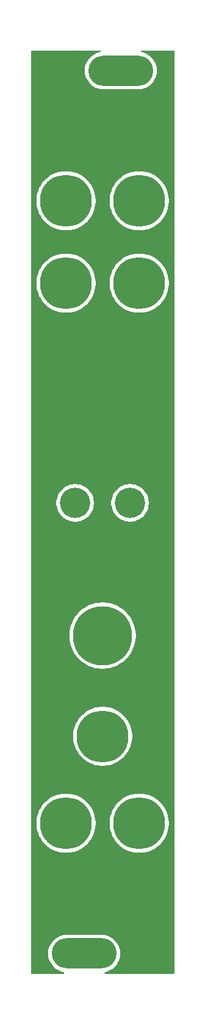
<source format=gtl>
G04 #@! TF.GenerationSoftware,KiCad,Pcbnew,9.0.7*
G04 #@! TF.CreationDate,2026-01-04T21:32:23+01:00*
G04 #@! TF.ProjectId,board_F,626f6172-645f-4462-9e6b-696361645f70,rev?*
G04 #@! TF.SameCoordinates,Original*
G04 #@! TF.FileFunction,Copper,L1,Top*
G04 #@! TF.FilePolarity,Positive*
%FSLAX46Y46*%
G04 Gerber Fmt 4.6, Leading zero omitted, Abs format (unit mm)*
G04 Created by KiCad (PCBNEW 9.0.7) date 2026-01-04 21:32:23*
%MOMM*%
%LPD*%
G01*
G04 APERTURE LIST*
G04 #@! TA.AperFunction,ComponentPad*
%ADD10C,7.200000*%
G04 #@! TD*
G04 #@! TA.AperFunction,ComponentPad*
%ADD11C,4.200000*%
G04 #@! TD*
G04 #@! TA.AperFunction,ComponentPad*
%ADD12C,8.200000*%
G04 #@! TD*
G04 #@! TA.AperFunction,ComponentPad*
%ADD13O,9.000000X4.200000*%
G04 #@! TD*
G04 APERTURE END LIST*
D10*
G04 #@! TO.P,H6,*
G04 #@! TO.N,*
X155080000Y-68250000D03*
G04 #@! TD*
G04 #@! TO.P,H2,*
G04 #@! TO.N,*
X144920000Y-68250000D03*
G04 #@! TD*
D11*
G04 #@! TO.P,H9,*
G04 #@! TO.N,*
X153810000Y-98730000D03*
G04 #@! TD*
D12*
G04 #@! TO.P,H10,*
G04 #@! TO.N,*
X150000000Y-117145000D03*
G04 #@! TD*
D10*
G04 #@! TO.P,H3,*
G04 #@! TO.N,*
X150000000Y-131115000D03*
G04 #@! TD*
G04 #@! TO.P,H5,*
G04 #@! TO.N,*
X155080000Y-56820000D03*
G04 #@! TD*
G04 #@! TO.P,H7,*
G04 #@! TO.N,*
X155080000Y-143180000D03*
G04 #@! TD*
D11*
G04 #@! TO.P,H8,*
G04 #@! TO.N,*
X146190000Y-98730000D03*
G04 #@! TD*
D13*
G04 #@! TO.P,B3,*
G04 #@! TO.N,*
X147460000Y-161250000D03*
X152540000Y-38750000D03*
G04 #@! TD*
D10*
G04 #@! TO.P,H1,*
G04 #@! TO.N,*
X144920000Y-56820000D03*
G04 #@! TD*
G04 #@! TO.P,H4,*
G04 #@! TO.N,*
X144920000Y-143180000D03*
G04 #@! TD*
G04 #@! TA.AperFunction,NonConductor*
G36*
X149685376Y-35970185D02*
G01*
X149731131Y-36022989D01*
X149741075Y-36092147D01*
X149712050Y-36155703D01*
X149653272Y-36193477D01*
X149645930Y-36195391D01*
X149418955Y-36247196D01*
X149418953Y-36247197D01*
X149143261Y-36343665D01*
X148880109Y-36470393D01*
X148632795Y-36625791D01*
X148404435Y-36807901D01*
X148197901Y-37014435D01*
X148015791Y-37242795D01*
X147860393Y-37490109D01*
X147733665Y-37753261D01*
X147637197Y-38028953D01*
X147637196Y-38028955D01*
X147572202Y-38313714D01*
X147572199Y-38313728D01*
X147539500Y-38603952D01*
X147539500Y-38896047D01*
X147572199Y-39186271D01*
X147572202Y-39186285D01*
X147637196Y-39471044D01*
X147637197Y-39471046D01*
X147733665Y-39746738D01*
X147860393Y-40009890D01*
X147860395Y-40009893D01*
X148015792Y-40257206D01*
X148197902Y-40485565D01*
X148404435Y-40692098D01*
X148632794Y-40874208D01*
X148880107Y-41029605D01*
X149143263Y-41156335D01*
X149418955Y-41252803D01*
X149703714Y-41317798D01*
X149703723Y-41317799D01*
X149703728Y-41317800D01*
X149897210Y-41339599D01*
X149993953Y-41350499D01*
X149993956Y-41350500D01*
X149993959Y-41350500D01*
X155086044Y-41350500D01*
X155086045Y-41350499D01*
X155234371Y-41333787D01*
X155376271Y-41317800D01*
X155376274Y-41317799D01*
X155376286Y-41317798D01*
X155661045Y-41252803D01*
X155936737Y-41156335D01*
X156199893Y-41029605D01*
X156447206Y-40874208D01*
X156675565Y-40692098D01*
X156882098Y-40485565D01*
X157064208Y-40257206D01*
X157219605Y-40009893D01*
X157346335Y-39746737D01*
X157442803Y-39471045D01*
X157507798Y-39186286D01*
X157540500Y-38896041D01*
X157540500Y-38603959D01*
X157507798Y-38313714D01*
X157442803Y-38028955D01*
X157346335Y-37753263D01*
X157219605Y-37490107D01*
X157064208Y-37242794D01*
X156882098Y-37014435D01*
X156675565Y-36807902D01*
X156447206Y-36625792D01*
X156199893Y-36470395D01*
X156199890Y-36470393D01*
X155936738Y-36343665D01*
X155661046Y-36247197D01*
X155661044Y-36247196D01*
X155434070Y-36195391D01*
X155373092Y-36161282D01*
X155340234Y-36099621D01*
X155345929Y-36029984D01*
X155388369Y-35974480D01*
X155454079Y-35950732D01*
X155461663Y-35950500D01*
X159835500Y-35950500D01*
X159902539Y-35970185D01*
X159948294Y-36022989D01*
X159959500Y-36074500D01*
X159959500Y-163925500D01*
X159939815Y-163992539D01*
X159887011Y-164038294D01*
X159835500Y-164049500D01*
X150381663Y-164049500D01*
X150314624Y-164029815D01*
X150268869Y-163977011D01*
X150258925Y-163907853D01*
X150287950Y-163844297D01*
X150346728Y-163806523D01*
X150354070Y-163804609D01*
X150581045Y-163752803D01*
X150856737Y-163656335D01*
X151119893Y-163529605D01*
X151367206Y-163374208D01*
X151595565Y-163192098D01*
X151802098Y-162985565D01*
X151984208Y-162757206D01*
X152139605Y-162509893D01*
X152266335Y-162246737D01*
X152362803Y-161971045D01*
X152427798Y-161686286D01*
X152460500Y-161396041D01*
X152460500Y-161103959D01*
X152427798Y-160813714D01*
X152362803Y-160528955D01*
X152266335Y-160253263D01*
X152139605Y-159990107D01*
X151984208Y-159742794D01*
X151802098Y-159514435D01*
X151595565Y-159307902D01*
X151367206Y-159125792D01*
X151119893Y-158970395D01*
X151119890Y-158970393D01*
X150856738Y-158843665D01*
X150581046Y-158747197D01*
X150581044Y-158747196D01*
X150361280Y-158697036D01*
X150296286Y-158682202D01*
X150296283Y-158682201D01*
X150296271Y-158682199D01*
X150006047Y-158649500D01*
X150006041Y-158649500D01*
X144913959Y-158649500D01*
X144913952Y-158649500D01*
X144623728Y-158682199D01*
X144623714Y-158682202D01*
X144338955Y-158747196D01*
X144338953Y-158747197D01*
X144063261Y-158843665D01*
X143800109Y-158970393D01*
X143552795Y-159125791D01*
X143324435Y-159307901D01*
X143117901Y-159514435D01*
X142935791Y-159742795D01*
X142780393Y-159990109D01*
X142653665Y-160253261D01*
X142557197Y-160528953D01*
X142557196Y-160528955D01*
X142492202Y-160813714D01*
X142492199Y-160813728D01*
X142459500Y-161103952D01*
X142459500Y-161396047D01*
X142492199Y-161686271D01*
X142492202Y-161686285D01*
X142557196Y-161971044D01*
X142557197Y-161971046D01*
X142653665Y-162246738D01*
X142780393Y-162509890D01*
X142780395Y-162509893D01*
X142935792Y-162757206D01*
X143117902Y-162985565D01*
X143324435Y-163192098D01*
X143552794Y-163374208D01*
X143800107Y-163529605D01*
X144063263Y-163656335D01*
X144338955Y-163752803D01*
X144565930Y-163804609D01*
X144626908Y-163838718D01*
X144659766Y-163900379D01*
X144654071Y-163970016D01*
X144611631Y-164025520D01*
X144545921Y-164049268D01*
X144538337Y-164049500D01*
X140164500Y-164049500D01*
X140097461Y-164029815D01*
X140051706Y-163977011D01*
X140040500Y-163925500D01*
X140040500Y-142978558D01*
X140819500Y-142978558D01*
X140819500Y-143381441D01*
X140858988Y-143782383D01*
X140858991Y-143782400D01*
X140937588Y-144177536D01*
X141054543Y-144563084D01*
X141208719Y-144935297D01*
X141208726Y-144935311D01*
X141398635Y-145290609D01*
X141398646Y-145290627D01*
X141622470Y-145625602D01*
X141622480Y-145625616D01*
X141878070Y-145937053D01*
X142162946Y-146221929D01*
X142162951Y-146221933D01*
X142162952Y-146221934D01*
X142474389Y-146477524D01*
X142809379Y-146701358D01*
X143164696Y-146891278D01*
X143536917Y-147045457D01*
X143922458Y-147162410D01*
X144317606Y-147241010D01*
X144718555Y-147280500D01*
X144718558Y-147280500D01*
X145121442Y-147280500D01*
X145121445Y-147280500D01*
X145522394Y-147241010D01*
X145917542Y-147162410D01*
X146303083Y-147045457D01*
X146675304Y-146891278D01*
X147030621Y-146701358D01*
X147365611Y-146477524D01*
X147677048Y-146221934D01*
X147961934Y-145937048D01*
X148217524Y-145625611D01*
X148441358Y-145290621D01*
X148631278Y-144935304D01*
X148785457Y-144563083D01*
X148902410Y-144177542D01*
X148981010Y-143782394D01*
X149020500Y-143381445D01*
X149020500Y-142978558D01*
X150979500Y-142978558D01*
X150979500Y-143381441D01*
X151018988Y-143782383D01*
X151018991Y-143782400D01*
X151097588Y-144177536D01*
X151214543Y-144563084D01*
X151368719Y-144935297D01*
X151368726Y-144935311D01*
X151558635Y-145290609D01*
X151558646Y-145290627D01*
X151782470Y-145625602D01*
X151782480Y-145625616D01*
X152038070Y-145937053D01*
X152322946Y-146221929D01*
X152322951Y-146221933D01*
X152322952Y-146221934D01*
X152634389Y-146477524D01*
X152969379Y-146701358D01*
X153324696Y-146891278D01*
X153696917Y-147045457D01*
X154082458Y-147162410D01*
X154477606Y-147241010D01*
X154878555Y-147280500D01*
X154878558Y-147280500D01*
X155281442Y-147280500D01*
X155281445Y-147280500D01*
X155682394Y-147241010D01*
X156077542Y-147162410D01*
X156463083Y-147045457D01*
X156835304Y-146891278D01*
X157190621Y-146701358D01*
X157525611Y-146477524D01*
X157837048Y-146221934D01*
X158121934Y-145937048D01*
X158377524Y-145625611D01*
X158601358Y-145290621D01*
X158791278Y-144935304D01*
X158945457Y-144563083D01*
X159062410Y-144177542D01*
X159141010Y-143782394D01*
X159180500Y-143381445D01*
X159180500Y-142978555D01*
X159141010Y-142577606D01*
X159062410Y-142182458D01*
X158945457Y-141796917D01*
X158791278Y-141424696D01*
X158601358Y-141069379D01*
X158377524Y-140734389D01*
X158121934Y-140422952D01*
X158121933Y-140422951D01*
X158121929Y-140422946D01*
X157837053Y-140138070D01*
X157525616Y-139882480D01*
X157525615Y-139882479D01*
X157525611Y-139882476D01*
X157190621Y-139658642D01*
X157190616Y-139658639D01*
X157190609Y-139658635D01*
X156835311Y-139468726D01*
X156835304Y-139468722D01*
X156835297Y-139468719D01*
X156463084Y-139314543D01*
X156077536Y-139197588D01*
X155682400Y-139118991D01*
X155682383Y-139118988D01*
X155379181Y-139089126D01*
X155281445Y-139079500D01*
X154878555Y-139079500D01*
X154788163Y-139088402D01*
X154477616Y-139118988D01*
X154477599Y-139118991D01*
X154082463Y-139197588D01*
X153696915Y-139314543D01*
X153324702Y-139468719D01*
X153324688Y-139468726D01*
X152969390Y-139658635D01*
X152969372Y-139658646D01*
X152634397Y-139882470D01*
X152634383Y-139882480D01*
X152322946Y-140138070D01*
X152038070Y-140422946D01*
X151782480Y-140734383D01*
X151782470Y-140734397D01*
X151558646Y-141069372D01*
X151558635Y-141069390D01*
X151368726Y-141424688D01*
X151368719Y-141424702D01*
X151214543Y-141796915D01*
X151097588Y-142182463D01*
X151018991Y-142577599D01*
X151018988Y-142577616D01*
X150979500Y-142978558D01*
X149020500Y-142978558D01*
X149020500Y-142978555D01*
X148981010Y-142577606D01*
X148902410Y-142182458D01*
X148785457Y-141796917D01*
X148631278Y-141424696D01*
X148441358Y-141069379D01*
X148217524Y-140734389D01*
X147961934Y-140422952D01*
X147961933Y-140422951D01*
X147961929Y-140422946D01*
X147677053Y-140138070D01*
X147365616Y-139882480D01*
X147365615Y-139882479D01*
X147365611Y-139882476D01*
X147030621Y-139658642D01*
X147030616Y-139658639D01*
X147030609Y-139658635D01*
X146675311Y-139468726D01*
X146675304Y-139468722D01*
X146675297Y-139468719D01*
X146303084Y-139314543D01*
X145917536Y-139197588D01*
X145522400Y-139118991D01*
X145522383Y-139118988D01*
X145219181Y-139089126D01*
X145121445Y-139079500D01*
X144718555Y-139079500D01*
X144628163Y-139088402D01*
X144317616Y-139118988D01*
X144317599Y-139118991D01*
X143922463Y-139197588D01*
X143536915Y-139314543D01*
X143164702Y-139468719D01*
X143164688Y-139468726D01*
X142809390Y-139658635D01*
X142809372Y-139658646D01*
X142474397Y-139882470D01*
X142474383Y-139882480D01*
X142162946Y-140138070D01*
X141878070Y-140422946D01*
X141622480Y-140734383D01*
X141622470Y-140734397D01*
X141398646Y-141069372D01*
X141398635Y-141069390D01*
X141208726Y-141424688D01*
X141208719Y-141424702D01*
X141054543Y-141796915D01*
X140937588Y-142182463D01*
X140858991Y-142577599D01*
X140858988Y-142577616D01*
X140819500Y-142978558D01*
X140040500Y-142978558D01*
X140040500Y-130913558D01*
X145899500Y-130913558D01*
X145899500Y-131316441D01*
X145938988Y-131717383D01*
X145938991Y-131717400D01*
X146017588Y-132112536D01*
X146134543Y-132498084D01*
X146288719Y-132870297D01*
X146288726Y-132870311D01*
X146478635Y-133225609D01*
X146478646Y-133225627D01*
X146702470Y-133560602D01*
X146702480Y-133560616D01*
X146958070Y-133872053D01*
X147242946Y-134156929D01*
X147242951Y-134156933D01*
X147242952Y-134156934D01*
X147554389Y-134412524D01*
X147889379Y-134636358D01*
X148244696Y-134826278D01*
X148616917Y-134980457D01*
X149002458Y-135097410D01*
X149397606Y-135176010D01*
X149798555Y-135215500D01*
X149798558Y-135215500D01*
X150201442Y-135215500D01*
X150201445Y-135215500D01*
X150602394Y-135176010D01*
X150997542Y-135097410D01*
X151383083Y-134980457D01*
X151755304Y-134826278D01*
X152110621Y-134636358D01*
X152445611Y-134412524D01*
X152757048Y-134156934D01*
X153041934Y-133872048D01*
X153297524Y-133560611D01*
X153521358Y-133225621D01*
X153711278Y-132870304D01*
X153865457Y-132498083D01*
X153982410Y-132112542D01*
X154061010Y-131717394D01*
X154100500Y-131316445D01*
X154100500Y-130913555D01*
X154061010Y-130512606D01*
X153982410Y-130117458D01*
X153865457Y-129731917D01*
X153711278Y-129359696D01*
X153521358Y-129004379D01*
X153297524Y-128669389D01*
X153041934Y-128357952D01*
X153041933Y-128357951D01*
X153041929Y-128357946D01*
X152757053Y-128073070D01*
X152445616Y-127817480D01*
X152445615Y-127817479D01*
X152445611Y-127817476D01*
X152110621Y-127593642D01*
X152110616Y-127593639D01*
X152110609Y-127593635D01*
X151755311Y-127403726D01*
X151755304Y-127403722D01*
X151755297Y-127403719D01*
X151383084Y-127249543D01*
X150997536Y-127132588D01*
X150602400Y-127053991D01*
X150602383Y-127053988D01*
X150299181Y-127024126D01*
X150201445Y-127014500D01*
X149798555Y-127014500D01*
X149708163Y-127023402D01*
X149397616Y-127053988D01*
X149397599Y-127053991D01*
X149002463Y-127132588D01*
X148616915Y-127249543D01*
X148244702Y-127403719D01*
X148244688Y-127403726D01*
X147889390Y-127593635D01*
X147889372Y-127593646D01*
X147554397Y-127817470D01*
X147554383Y-127817480D01*
X147242946Y-128073070D01*
X146958070Y-128357946D01*
X146702480Y-128669383D01*
X146702470Y-128669397D01*
X146478646Y-129004372D01*
X146478635Y-129004390D01*
X146288726Y-129359688D01*
X146288719Y-129359702D01*
X146134543Y-129731915D01*
X146017588Y-130117463D01*
X145938991Y-130512599D01*
X145938988Y-130512616D01*
X145899500Y-130913558D01*
X140040500Y-130913558D01*
X140040500Y-116944133D01*
X145399500Y-116944133D01*
X145399500Y-117345866D01*
X145434512Y-117746060D01*
X145504270Y-118141673D01*
X145504273Y-118141686D01*
X145608241Y-118529704D01*
X145608244Y-118529714D01*
X145608245Y-118529715D01*
X145745643Y-118907212D01*
X145745646Y-118907219D01*
X145745647Y-118907221D01*
X145915414Y-119271289D01*
X145915422Y-119271304D01*
X146116276Y-119619193D01*
X146116285Y-119619208D01*
X146346705Y-119948281D01*
X146543662Y-120183005D01*
X146604924Y-120256014D01*
X146888986Y-120540076D01*
X146998498Y-120631967D01*
X147196718Y-120798294D01*
X147196724Y-120798298D01*
X147196725Y-120798299D01*
X147525798Y-121028719D01*
X147851858Y-121216969D01*
X147873695Y-121229577D01*
X147873710Y-121229585D01*
X148035518Y-121305037D01*
X148237788Y-121399357D01*
X148615285Y-121536755D01*
X148615291Y-121536756D01*
X148615295Y-121536758D01*
X148720963Y-121565071D01*
X149003321Y-121640729D01*
X149398942Y-121710488D01*
X149799136Y-121745499D01*
X149799137Y-121745500D01*
X149799138Y-121745500D01*
X150200863Y-121745500D01*
X150200863Y-121745499D01*
X150601058Y-121710488D01*
X150996679Y-121640729D01*
X151384715Y-121536755D01*
X151762212Y-121399357D01*
X152126298Y-121229581D01*
X152474202Y-121028719D01*
X152803275Y-120798299D01*
X153111014Y-120540076D01*
X153395076Y-120256014D01*
X153653299Y-119948275D01*
X153883719Y-119619202D01*
X154084581Y-119271298D01*
X154254357Y-118907212D01*
X154391755Y-118529715D01*
X154495729Y-118141679D01*
X154565488Y-117746058D01*
X154600500Y-117345862D01*
X154600500Y-116944138D01*
X154565488Y-116543942D01*
X154495729Y-116148321D01*
X154391755Y-115760285D01*
X154254357Y-115382788D01*
X154084581Y-115018702D01*
X153883719Y-114670798D01*
X153653299Y-114341725D01*
X153653298Y-114341724D01*
X153653294Y-114341718D01*
X153395073Y-114033983D01*
X153111016Y-113749926D01*
X152803281Y-113491705D01*
X152474208Y-113261285D01*
X152474205Y-113261283D01*
X152474202Y-113261281D01*
X152370843Y-113201606D01*
X152126304Y-113060422D01*
X152126289Y-113060414D01*
X151762221Y-112890647D01*
X151762219Y-112890646D01*
X151762212Y-112890643D01*
X151384715Y-112753245D01*
X151384714Y-112753244D01*
X151384704Y-112753241D01*
X150996686Y-112649273D01*
X150996689Y-112649273D01*
X150996679Y-112649271D01*
X150940824Y-112639422D01*
X150601060Y-112579512D01*
X150200866Y-112544500D01*
X150200862Y-112544500D01*
X149799138Y-112544500D01*
X149799133Y-112544500D01*
X149398939Y-112579512D01*
X149003326Y-112649270D01*
X149003323Y-112649270D01*
X149003321Y-112649271D01*
X149003316Y-112649272D01*
X149003313Y-112649273D01*
X148615295Y-112753241D01*
X148426536Y-112821944D01*
X148237788Y-112890643D01*
X148237784Y-112890644D01*
X148237778Y-112890647D01*
X147873710Y-113060414D01*
X147873695Y-113060422D01*
X147525806Y-113261276D01*
X147525791Y-113261285D01*
X147196718Y-113491705D01*
X146888983Y-113749926D01*
X146604926Y-114033983D01*
X146346705Y-114341718D01*
X146116285Y-114670791D01*
X146116276Y-114670806D01*
X145915422Y-115018695D01*
X145915414Y-115018710D01*
X145745647Y-115382778D01*
X145608241Y-115760295D01*
X145504273Y-116148313D01*
X145504270Y-116148326D01*
X145434512Y-116543939D01*
X145399500Y-116944133D01*
X140040500Y-116944133D01*
X140040500Y-98583952D01*
X143589500Y-98583952D01*
X143589500Y-98876047D01*
X143622199Y-99166271D01*
X143622202Y-99166285D01*
X143687196Y-99451044D01*
X143687197Y-99451046D01*
X143783665Y-99726738D01*
X143910393Y-99989890D01*
X143910395Y-99989893D01*
X144065792Y-100237206D01*
X144247902Y-100465565D01*
X144454435Y-100672098D01*
X144682794Y-100854208D01*
X144930107Y-101009605D01*
X145193263Y-101136335D01*
X145468955Y-101232803D01*
X145753714Y-101297798D01*
X145753723Y-101297799D01*
X145753728Y-101297800D01*
X145947210Y-101319599D01*
X146043953Y-101330499D01*
X146043956Y-101330500D01*
X146043959Y-101330500D01*
X146336044Y-101330500D01*
X146336045Y-101330499D01*
X146484371Y-101313787D01*
X146626271Y-101297800D01*
X146626274Y-101297799D01*
X146626286Y-101297798D01*
X146911045Y-101232803D01*
X147186737Y-101136335D01*
X147449893Y-101009605D01*
X147697206Y-100854208D01*
X147925565Y-100672098D01*
X148132098Y-100465565D01*
X148314208Y-100237206D01*
X148469605Y-99989893D01*
X148596335Y-99726737D01*
X148692803Y-99451045D01*
X148757798Y-99166286D01*
X148790500Y-98876041D01*
X148790500Y-98583959D01*
X148790499Y-98583952D01*
X151209500Y-98583952D01*
X151209500Y-98876047D01*
X151242199Y-99166271D01*
X151242202Y-99166285D01*
X151307196Y-99451044D01*
X151307197Y-99451046D01*
X151403665Y-99726738D01*
X151530393Y-99989890D01*
X151530395Y-99989893D01*
X151685792Y-100237206D01*
X151867902Y-100465565D01*
X152074435Y-100672098D01*
X152302794Y-100854208D01*
X152550107Y-101009605D01*
X152813263Y-101136335D01*
X153088955Y-101232803D01*
X153373714Y-101297798D01*
X153373723Y-101297799D01*
X153373728Y-101297800D01*
X153567210Y-101319599D01*
X153663953Y-101330499D01*
X153663956Y-101330500D01*
X153663959Y-101330500D01*
X153956044Y-101330500D01*
X153956045Y-101330499D01*
X154104371Y-101313787D01*
X154246271Y-101297800D01*
X154246274Y-101297799D01*
X154246286Y-101297798D01*
X154531045Y-101232803D01*
X154806737Y-101136335D01*
X155069893Y-101009605D01*
X155317206Y-100854208D01*
X155545565Y-100672098D01*
X155752098Y-100465565D01*
X155934208Y-100237206D01*
X156089605Y-99989893D01*
X156216335Y-99726737D01*
X156312803Y-99451045D01*
X156377798Y-99166286D01*
X156410500Y-98876041D01*
X156410500Y-98583959D01*
X156377798Y-98293714D01*
X156312803Y-98008955D01*
X156216335Y-97733263D01*
X156089605Y-97470107D01*
X155934208Y-97222794D01*
X155752098Y-96994435D01*
X155545565Y-96787902D01*
X155317206Y-96605792D01*
X155069893Y-96450395D01*
X155069890Y-96450393D01*
X154806738Y-96323665D01*
X154531046Y-96227197D01*
X154531044Y-96227196D01*
X154311280Y-96177036D01*
X154246286Y-96162202D01*
X154246283Y-96162201D01*
X154246271Y-96162199D01*
X153956047Y-96129500D01*
X153956041Y-96129500D01*
X153663959Y-96129500D01*
X153663952Y-96129500D01*
X153373728Y-96162199D01*
X153373714Y-96162202D01*
X153088955Y-96227196D01*
X153088953Y-96227197D01*
X152813261Y-96323665D01*
X152550109Y-96450393D01*
X152302795Y-96605791D01*
X152074435Y-96787901D01*
X151867901Y-96994435D01*
X151685791Y-97222795D01*
X151530393Y-97470109D01*
X151403665Y-97733261D01*
X151307197Y-98008953D01*
X151307196Y-98008955D01*
X151242202Y-98293714D01*
X151242199Y-98293728D01*
X151209500Y-98583952D01*
X148790499Y-98583952D01*
X148757798Y-98293714D01*
X148692803Y-98008955D01*
X148596335Y-97733263D01*
X148469605Y-97470107D01*
X148314208Y-97222794D01*
X148132098Y-96994435D01*
X147925565Y-96787902D01*
X147697206Y-96605792D01*
X147449893Y-96450395D01*
X147449890Y-96450393D01*
X147186738Y-96323665D01*
X146911046Y-96227197D01*
X146911044Y-96227196D01*
X146691280Y-96177036D01*
X146626286Y-96162202D01*
X146626283Y-96162201D01*
X146626271Y-96162199D01*
X146336047Y-96129500D01*
X146336041Y-96129500D01*
X146043959Y-96129500D01*
X146043952Y-96129500D01*
X145753728Y-96162199D01*
X145753714Y-96162202D01*
X145468955Y-96227196D01*
X145468953Y-96227197D01*
X145193261Y-96323665D01*
X144930109Y-96450393D01*
X144682795Y-96605791D01*
X144454435Y-96787901D01*
X144247901Y-96994435D01*
X144065791Y-97222795D01*
X143910393Y-97470109D01*
X143783665Y-97733261D01*
X143687197Y-98008953D01*
X143687196Y-98008955D01*
X143622202Y-98293714D01*
X143622199Y-98293728D01*
X143589500Y-98583952D01*
X140040500Y-98583952D01*
X140040500Y-68048558D01*
X140819500Y-68048558D01*
X140819500Y-68451441D01*
X140858988Y-68852383D01*
X140858991Y-68852400D01*
X140937588Y-69247536D01*
X141054543Y-69633084D01*
X141208719Y-70005297D01*
X141208726Y-70005311D01*
X141398635Y-70360609D01*
X141398646Y-70360627D01*
X141622470Y-70695602D01*
X141622480Y-70695616D01*
X141878070Y-71007053D01*
X142162946Y-71291929D01*
X142162951Y-71291933D01*
X142162952Y-71291934D01*
X142474389Y-71547524D01*
X142809379Y-71771358D01*
X143164696Y-71961278D01*
X143536917Y-72115457D01*
X143922458Y-72232410D01*
X144317606Y-72311010D01*
X144718555Y-72350500D01*
X144718558Y-72350500D01*
X145121442Y-72350500D01*
X145121445Y-72350500D01*
X145522394Y-72311010D01*
X145917542Y-72232410D01*
X146303083Y-72115457D01*
X146675304Y-71961278D01*
X147030621Y-71771358D01*
X147365611Y-71547524D01*
X147677048Y-71291934D01*
X147961934Y-71007048D01*
X148217524Y-70695611D01*
X148441358Y-70360621D01*
X148631278Y-70005304D01*
X148785457Y-69633083D01*
X148902410Y-69247542D01*
X148981010Y-68852394D01*
X149020500Y-68451445D01*
X149020500Y-68048558D01*
X150979500Y-68048558D01*
X150979500Y-68451441D01*
X151018988Y-68852383D01*
X151018991Y-68852400D01*
X151097588Y-69247536D01*
X151214543Y-69633084D01*
X151368719Y-70005297D01*
X151368726Y-70005311D01*
X151558635Y-70360609D01*
X151558646Y-70360627D01*
X151782470Y-70695602D01*
X151782480Y-70695616D01*
X152038070Y-71007053D01*
X152322946Y-71291929D01*
X152322951Y-71291933D01*
X152322952Y-71291934D01*
X152634389Y-71547524D01*
X152969379Y-71771358D01*
X153324696Y-71961278D01*
X153696917Y-72115457D01*
X154082458Y-72232410D01*
X154477606Y-72311010D01*
X154878555Y-72350500D01*
X154878558Y-72350500D01*
X155281442Y-72350500D01*
X155281445Y-72350500D01*
X155682394Y-72311010D01*
X156077542Y-72232410D01*
X156463083Y-72115457D01*
X156835304Y-71961278D01*
X157190621Y-71771358D01*
X157525611Y-71547524D01*
X157837048Y-71291934D01*
X158121934Y-71007048D01*
X158377524Y-70695611D01*
X158601358Y-70360621D01*
X158791278Y-70005304D01*
X158945457Y-69633083D01*
X159062410Y-69247542D01*
X159141010Y-68852394D01*
X159180500Y-68451445D01*
X159180500Y-68048555D01*
X159141010Y-67647606D01*
X159062410Y-67252458D01*
X158945457Y-66866917D01*
X158791278Y-66494696D01*
X158601358Y-66139379D01*
X158377524Y-65804389D01*
X158121934Y-65492952D01*
X158121933Y-65492951D01*
X158121929Y-65492946D01*
X157837053Y-65208070D01*
X157525616Y-64952480D01*
X157525615Y-64952479D01*
X157525611Y-64952476D01*
X157190621Y-64728642D01*
X157190616Y-64728639D01*
X157190609Y-64728635D01*
X156835311Y-64538726D01*
X156835304Y-64538722D01*
X156835297Y-64538719D01*
X156463084Y-64384543D01*
X156077536Y-64267588D01*
X155682400Y-64188991D01*
X155682383Y-64188988D01*
X155379181Y-64159126D01*
X155281445Y-64149500D01*
X154878555Y-64149500D01*
X154788163Y-64158402D01*
X154477616Y-64188988D01*
X154477599Y-64188991D01*
X154082463Y-64267588D01*
X153696915Y-64384543D01*
X153324702Y-64538719D01*
X153324688Y-64538726D01*
X152969390Y-64728635D01*
X152969372Y-64728646D01*
X152634397Y-64952470D01*
X152634383Y-64952480D01*
X152322946Y-65208070D01*
X152038070Y-65492946D01*
X151782480Y-65804383D01*
X151782470Y-65804397D01*
X151558646Y-66139372D01*
X151558635Y-66139390D01*
X151368726Y-66494688D01*
X151368719Y-66494702D01*
X151214543Y-66866915D01*
X151097588Y-67252463D01*
X151018991Y-67647599D01*
X151018988Y-67647616D01*
X150979500Y-68048558D01*
X149020500Y-68048558D01*
X149020500Y-68048555D01*
X148981010Y-67647606D01*
X148902410Y-67252458D01*
X148785457Y-66866917D01*
X148631278Y-66494696D01*
X148441358Y-66139379D01*
X148217524Y-65804389D01*
X147961934Y-65492952D01*
X147961933Y-65492951D01*
X147961929Y-65492946D01*
X147677053Y-65208070D01*
X147365616Y-64952480D01*
X147365615Y-64952479D01*
X147365611Y-64952476D01*
X147030621Y-64728642D01*
X147030616Y-64728639D01*
X147030609Y-64728635D01*
X146675311Y-64538726D01*
X146675304Y-64538722D01*
X146675297Y-64538719D01*
X146303084Y-64384543D01*
X145917536Y-64267588D01*
X145522400Y-64188991D01*
X145522383Y-64188988D01*
X145219181Y-64159126D01*
X145121445Y-64149500D01*
X144718555Y-64149500D01*
X144628163Y-64158402D01*
X144317616Y-64188988D01*
X144317599Y-64188991D01*
X143922463Y-64267588D01*
X143536915Y-64384543D01*
X143164702Y-64538719D01*
X143164688Y-64538726D01*
X142809390Y-64728635D01*
X142809372Y-64728646D01*
X142474397Y-64952470D01*
X142474383Y-64952480D01*
X142162946Y-65208070D01*
X141878070Y-65492946D01*
X141622480Y-65804383D01*
X141622470Y-65804397D01*
X141398646Y-66139372D01*
X141398635Y-66139390D01*
X141208726Y-66494688D01*
X141208719Y-66494702D01*
X141054543Y-66866915D01*
X140937588Y-67252463D01*
X140858991Y-67647599D01*
X140858988Y-67647616D01*
X140819500Y-68048558D01*
X140040500Y-68048558D01*
X140040500Y-56618558D01*
X140819500Y-56618558D01*
X140819500Y-57021441D01*
X140858988Y-57422383D01*
X140858991Y-57422400D01*
X140937588Y-57817536D01*
X141054543Y-58203084D01*
X141208719Y-58575297D01*
X141208726Y-58575311D01*
X141398635Y-58930609D01*
X141398646Y-58930627D01*
X141622470Y-59265602D01*
X141622480Y-59265616D01*
X141878070Y-59577053D01*
X142162946Y-59861929D01*
X142162951Y-59861933D01*
X142162952Y-59861934D01*
X142474389Y-60117524D01*
X142809379Y-60341358D01*
X143164696Y-60531278D01*
X143536917Y-60685457D01*
X143922458Y-60802410D01*
X144317606Y-60881010D01*
X144718555Y-60920500D01*
X144718558Y-60920500D01*
X145121442Y-60920500D01*
X145121445Y-60920500D01*
X145522394Y-60881010D01*
X145917542Y-60802410D01*
X146303083Y-60685457D01*
X146675304Y-60531278D01*
X147030621Y-60341358D01*
X147365611Y-60117524D01*
X147677048Y-59861934D01*
X147961934Y-59577048D01*
X148217524Y-59265611D01*
X148441358Y-58930621D01*
X148631278Y-58575304D01*
X148785457Y-58203083D01*
X148902410Y-57817542D01*
X148981010Y-57422394D01*
X149020500Y-57021445D01*
X149020500Y-56618558D01*
X150979500Y-56618558D01*
X150979500Y-57021441D01*
X151018988Y-57422383D01*
X151018991Y-57422400D01*
X151097588Y-57817536D01*
X151214543Y-58203084D01*
X151368719Y-58575297D01*
X151368726Y-58575311D01*
X151558635Y-58930609D01*
X151558646Y-58930627D01*
X151782470Y-59265602D01*
X151782480Y-59265616D01*
X152038070Y-59577053D01*
X152322946Y-59861929D01*
X152322951Y-59861933D01*
X152322952Y-59861934D01*
X152634389Y-60117524D01*
X152969379Y-60341358D01*
X153324696Y-60531278D01*
X153696917Y-60685457D01*
X154082458Y-60802410D01*
X154477606Y-60881010D01*
X154878555Y-60920500D01*
X154878558Y-60920500D01*
X155281442Y-60920500D01*
X155281445Y-60920500D01*
X155682394Y-60881010D01*
X156077542Y-60802410D01*
X156463083Y-60685457D01*
X156835304Y-60531278D01*
X157190621Y-60341358D01*
X157525611Y-60117524D01*
X157837048Y-59861934D01*
X158121934Y-59577048D01*
X158377524Y-59265611D01*
X158601358Y-58930621D01*
X158791278Y-58575304D01*
X158945457Y-58203083D01*
X159062410Y-57817542D01*
X159141010Y-57422394D01*
X159180500Y-57021445D01*
X159180500Y-56618555D01*
X159141010Y-56217606D01*
X159062410Y-55822458D01*
X158945457Y-55436917D01*
X158791278Y-55064696D01*
X158601358Y-54709379D01*
X158377524Y-54374389D01*
X158121934Y-54062952D01*
X158121933Y-54062951D01*
X158121929Y-54062946D01*
X157837053Y-53778070D01*
X157525616Y-53522480D01*
X157525615Y-53522479D01*
X157525611Y-53522476D01*
X157190621Y-53298642D01*
X157190616Y-53298639D01*
X157190609Y-53298635D01*
X156835311Y-53108726D01*
X156835304Y-53108722D01*
X156835297Y-53108719D01*
X156463084Y-52954543D01*
X156077536Y-52837588D01*
X155682400Y-52758991D01*
X155682383Y-52758988D01*
X155379181Y-52729126D01*
X155281445Y-52719500D01*
X154878555Y-52719500D01*
X154788163Y-52728402D01*
X154477616Y-52758988D01*
X154477599Y-52758991D01*
X154082463Y-52837588D01*
X153696915Y-52954543D01*
X153324702Y-53108719D01*
X153324688Y-53108726D01*
X152969390Y-53298635D01*
X152969372Y-53298646D01*
X152634397Y-53522470D01*
X152634383Y-53522480D01*
X152322946Y-53778070D01*
X152038070Y-54062946D01*
X151782480Y-54374383D01*
X151782470Y-54374397D01*
X151558646Y-54709372D01*
X151558635Y-54709390D01*
X151368726Y-55064688D01*
X151368719Y-55064702D01*
X151214543Y-55436915D01*
X151097588Y-55822463D01*
X151018991Y-56217599D01*
X151018988Y-56217616D01*
X150979500Y-56618558D01*
X149020500Y-56618558D01*
X149020500Y-56618555D01*
X148981010Y-56217606D01*
X148902410Y-55822458D01*
X148785457Y-55436917D01*
X148631278Y-55064696D01*
X148441358Y-54709379D01*
X148217524Y-54374389D01*
X147961934Y-54062952D01*
X147961933Y-54062951D01*
X147961929Y-54062946D01*
X147677053Y-53778070D01*
X147365616Y-53522480D01*
X147365615Y-53522479D01*
X147365611Y-53522476D01*
X147030621Y-53298642D01*
X147030616Y-53298639D01*
X147030609Y-53298635D01*
X146675311Y-53108726D01*
X146675304Y-53108722D01*
X146675297Y-53108719D01*
X146303084Y-52954543D01*
X145917536Y-52837588D01*
X145522400Y-52758991D01*
X145522383Y-52758988D01*
X145219181Y-52729126D01*
X145121445Y-52719500D01*
X144718555Y-52719500D01*
X144628163Y-52728402D01*
X144317616Y-52758988D01*
X144317599Y-52758991D01*
X143922463Y-52837588D01*
X143536915Y-52954543D01*
X143164702Y-53108719D01*
X143164688Y-53108726D01*
X142809390Y-53298635D01*
X142809372Y-53298646D01*
X142474397Y-53522470D01*
X142474383Y-53522480D01*
X142162946Y-53778070D01*
X141878070Y-54062946D01*
X141622480Y-54374383D01*
X141622470Y-54374397D01*
X141398646Y-54709372D01*
X141398635Y-54709390D01*
X141208726Y-55064688D01*
X141208719Y-55064702D01*
X141054543Y-55436915D01*
X140937588Y-55822463D01*
X140858991Y-56217599D01*
X140858988Y-56217616D01*
X140819500Y-56618558D01*
X140040500Y-56618558D01*
X140040500Y-36074500D01*
X140060185Y-36007461D01*
X140112989Y-35961706D01*
X140164500Y-35950500D01*
X149618337Y-35950500D01*
X149685376Y-35970185D01*
G37*
G04 #@! TD.AperFunction*
M02*

</source>
